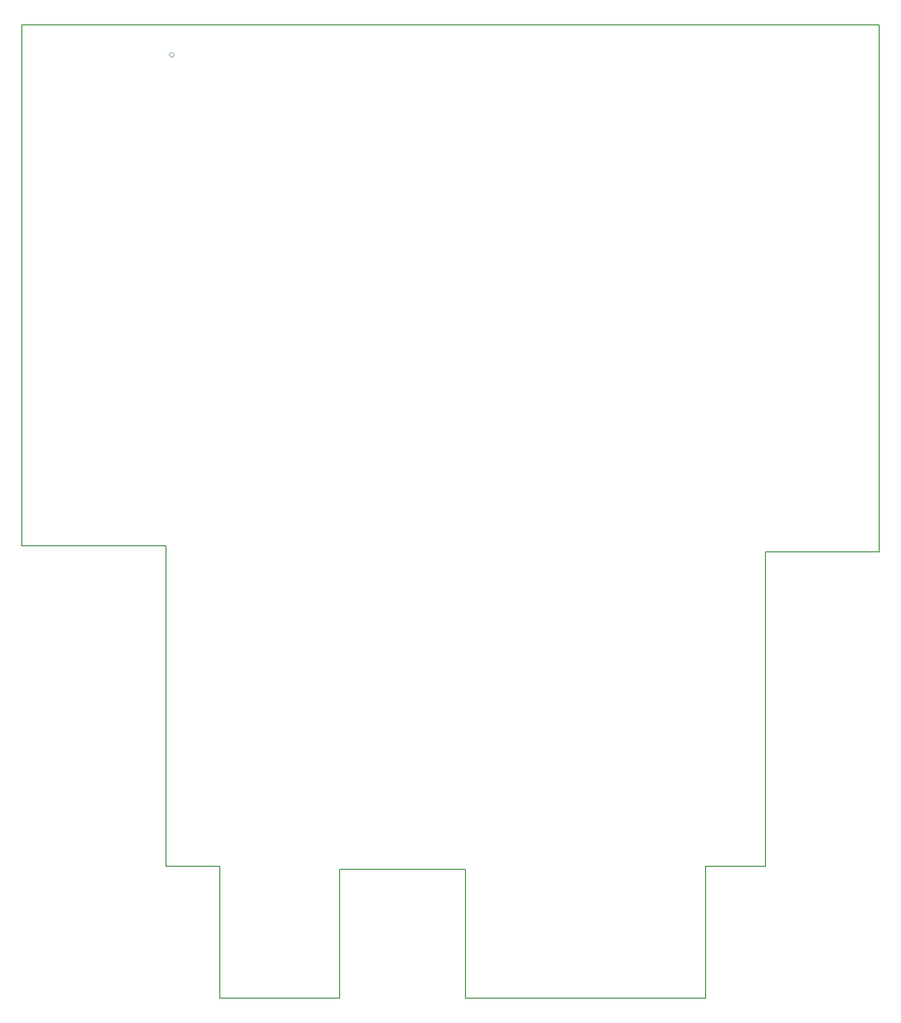
<source format=gm1>
%TF.GenerationSoftware,KiCad,Pcbnew,5.1.9+dfsg1-1+deb11u1*%
%TF.CreationDate,2025-09-10T12:14:38+02:00*%
%TF.ProjectId,VERA-MODULE-RBL,56455241-2d4d-44f4-9455-4c452d52424c,1.0*%
%TF.SameCoordinates,Original*%
%TF.FileFunction,Profile,NP*%
%FSLAX46Y46*%
G04 Gerber Fmt 4.6, Leading zero omitted, Abs format (unit mm)*
G04 Created by KiCad (PCBNEW 5.1.9+dfsg1-1+deb11u1) date 2025-09-10 12:14:38*
%MOMM*%
%LPD*%
G01*
G04 APERTURE LIST*
%TA.AperFunction,Profile*%
%ADD10C,0.150000*%
%TD*%
%TA.AperFunction,Profile*%
%ADD11C,0.010000*%
%TD*%
G04 APERTURE END LIST*
D10*
X185500000Y-210000000D02*
X185500000Y-209500000D01*
X256500000Y-188000000D02*
X246500000Y-188000000D01*
X206500000Y-210000000D02*
X246500000Y-210000000D01*
X246500000Y-210000000D02*
X246500000Y-188000000D01*
X256500000Y-188000000D02*
X256500000Y-135500000D01*
X256500000Y-135500000D02*
X256500000Y-135500000D01*
X206500000Y-210000000D02*
X206500000Y-188500000D01*
X206500000Y-188500000D02*
X185500000Y-188500000D01*
X185500000Y-188500000D02*
X185500000Y-209500000D01*
X185500000Y-210000000D02*
X165500000Y-210000000D01*
X165500000Y-210000000D02*
X165500000Y-188000000D01*
X165500000Y-188000000D02*
X156500000Y-188000000D01*
X156500000Y-188000000D02*
X156500000Y-134500000D01*
X156500000Y-134500000D02*
X155500000Y-134500000D01*
X155500000Y-47500000D02*
X256500000Y-47500000D01*
X155500000Y-134500000D02*
X153500000Y-134500000D01*
X153500000Y-47500000D02*
X155500000Y-47500000D01*
X153500000Y-134500000D02*
X132500000Y-134500000D01*
X132500000Y-134500000D02*
X132500000Y-47500000D01*
X132500000Y-47500000D02*
X153500000Y-47500000D01*
X275500000Y-135500000D02*
X275500000Y-47500000D01*
X256500000Y-135500000D02*
X275500000Y-135500000D01*
X275500000Y-47500000D02*
X256500000Y-47500000D01*
D11*
%TO.C,J4*%
X157375000Y-52185000D02*
X157625000Y-52185000D01*
X157625000Y-52815000D02*
X157375000Y-52815000D01*
X157940000Y-52500000D02*
G75*
G02*
X157625000Y-52815000I-315000J0D01*
G01*
X157625000Y-52185000D02*
G75*
G02*
X157940000Y-52500000I0J-315000D01*
G01*
X157060000Y-52500000D02*
G75*
G02*
X157375000Y-52185000I315000J0D01*
G01*
X157375000Y-52815000D02*
G75*
G02*
X157060000Y-52500000I0J315000D01*
G01*
%TD*%
M02*

</source>
